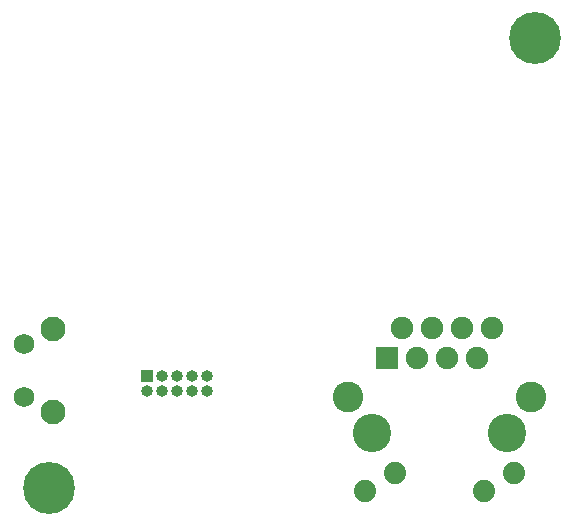
<source format=gbr>
G04 #@! TF.GenerationSoftware,KiCad,Pcbnew,(5.1.7)-1*
G04 #@! TF.CreationDate,2020-12-04T15:33:14-08:00*
G04 #@! TF.ProjectId,EsperDNS,45737065-7244-44e5-932e-6b696361645f,rev?*
G04 #@! TF.SameCoordinates,Original*
G04 #@! TF.FileFunction,Soldermask,Bot*
G04 #@! TF.FilePolarity,Negative*
%FSLAX46Y46*%
G04 Gerber Fmt 4.6, Leading zero omitted, Abs format (unit mm)*
G04 Created by KiCad (PCBNEW (5.1.7)-1) date 2020-12-04 15:33:14*
%MOMM*%
%LPD*%
G01*
G04 APERTURE LIST*
%ADD10O,1.000000X1.000000*%
%ADD11R,1.000000X1.000000*%
%ADD12C,2.100000*%
%ADD13C,1.750000*%
%ADD14C,3.250000*%
%ADD15C,2.600000*%
%ADD16C,1.890000*%
%ADD17C,1.900000*%
%ADD18R,1.900000X1.900000*%
%ADD19C,4.400000*%
G04 APERTURE END LIST*
D10*
X-7220000Y-10770000D03*
X-7220000Y-9500000D03*
X-8490000Y-10770000D03*
X-8490000Y-9500000D03*
X-9760000Y-10770000D03*
X-9760000Y-9500000D03*
X-11030000Y-10770000D03*
X-11030000Y-9500000D03*
X-12300000Y-10770000D03*
D11*
X-12300000Y-9500000D03*
D12*
X-20210000Y-12550000D03*
D13*
X-22700000Y-11300000D03*
X-22700000Y-6800000D03*
D12*
X-20210000Y-5540000D03*
D14*
X18180000Y-14340000D03*
X6750000Y-14340000D03*
D15*
X20240000Y-11290000D03*
X4690000Y-11290000D03*
D16*
X6140000Y-19240000D03*
X8680000Y-17720000D03*
X16250000Y-19240000D03*
X18790000Y-17720000D03*
D17*
X16910000Y-5460000D03*
X15640000Y-8000000D03*
X14370000Y-5460000D03*
X13100000Y-8000000D03*
X11830000Y-5460000D03*
X10560000Y-8000000D03*
X9290000Y-5460000D03*
D18*
X8020000Y-8000000D03*
D19*
X20550000Y19050000D03*
X-20550000Y-19050000D03*
M02*

</source>
